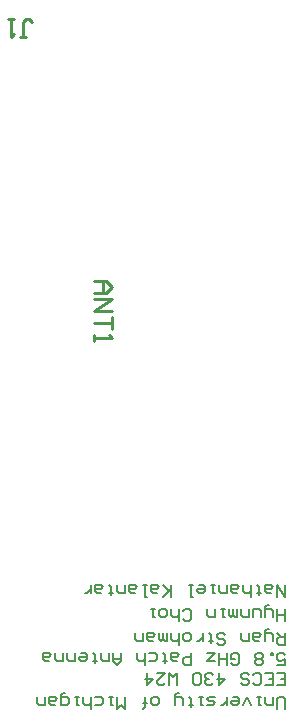
<source format=gto>
G04*
G04 #@! TF.GenerationSoftware,Altium Limited,Altium Designer,23.2.1 (34)*
G04*
G04 Layer_Color=65535*
%FSLAX25Y25*%
%MOIN*%
G70*
G04*
G04 #@! TF.SameCoordinates,EA82DE16-3429-4144-A5AD-2FDE9807C310*
G04*
G04*
G04 #@! TF.FilePolarity,Positive*
G04*
G01*
G75*
%ADD10C,0.00800*%
%ADD11C,0.01000*%
D10*
X243295Y16666D02*
Y19998D01*
X242628Y20664D01*
X241295D01*
X240629Y19998D01*
Y16666D01*
X239296Y20664D02*
Y17998D01*
X237296D01*
X236630Y18665D01*
Y20664D01*
X235297D02*
X233964D01*
X234631D01*
Y17998D01*
X235297D01*
X231965D02*
X230632Y20664D01*
X229299Y17998D01*
X225967Y20664D02*
X227300D01*
X227966Y19998D01*
Y18665D01*
X227300Y17998D01*
X225967D01*
X225300Y18665D01*
Y19331D01*
X227966D01*
X223967Y17998D02*
Y20664D01*
Y19331D01*
X223301Y18665D01*
X222635Y17998D01*
X221968D01*
X219969Y20664D02*
X217969D01*
X217303Y19998D01*
X217969Y19331D01*
X219302D01*
X219969Y18665D01*
X219302Y17998D01*
X217303D01*
X215970Y20664D02*
X214637D01*
X215303D01*
Y17998D01*
X215970D01*
X211971Y17332D02*
Y17998D01*
X212638D01*
X211305D01*
X211971D01*
Y19998D01*
X211305Y20664D01*
X209305Y17998D02*
Y19998D01*
X208639Y20664D01*
X206640D01*
Y21331D01*
X207306Y21997D01*
X207973D01*
X206640Y20664D02*
Y17998D01*
X200642Y20664D02*
X199309D01*
X198642Y19998D01*
Y18665D01*
X199309Y17998D01*
X200642D01*
X201308Y18665D01*
Y19998D01*
X200642Y20664D01*
X196643D02*
Y17332D01*
Y18665D01*
X197309D01*
X195976D01*
X196643D01*
Y17332D01*
X195976Y16666D01*
X189978Y20664D02*
Y16666D01*
X188645Y17998D01*
X187312Y16666D01*
Y20664D01*
X185980D02*
X184647D01*
X185313D01*
Y17998D01*
X185980D01*
X179982D02*
X181981D01*
X182647Y18665D01*
Y19998D01*
X181981Y20664D01*
X179982D01*
X178649Y16666D02*
Y20664D01*
Y18665D01*
X177982Y17998D01*
X176649D01*
X175983Y18665D01*
Y20664D01*
X174650D02*
X173317D01*
X173984D01*
Y17998D01*
X174650D01*
X169985Y21997D02*
X169318D01*
X168652Y21331D01*
Y17998D01*
X170651D01*
X171318Y18665D01*
Y19998D01*
X170651Y20664D01*
X168652D01*
X166653Y17998D02*
X165320D01*
X164653Y18665D01*
Y20664D01*
X166653D01*
X167319Y19998D01*
X166653Y19331D01*
X164653D01*
X163320Y20664D02*
Y17998D01*
X161321D01*
X160654Y18665D01*
Y20664D01*
X240629Y24717D02*
X243295D01*
Y28716D01*
X240629D01*
X243295Y26716D02*
X241962D01*
X236630Y24717D02*
X239296D01*
Y28716D01*
X236630D01*
X239296Y26716D02*
X237963D01*
X232631Y25383D02*
X233298Y24717D01*
X234631D01*
X235297Y25383D01*
Y28049D01*
X234631Y28716D01*
X233298D01*
X232631Y28049D01*
X228632Y25383D02*
X229299Y24717D01*
X230632D01*
X231298Y25383D01*
Y26050D01*
X230632Y26716D01*
X229299D01*
X228632Y27383D01*
Y28049D01*
X229299Y28716D01*
X230632D01*
X231298Y28049D01*
X221302Y28716D02*
Y24717D01*
X223301Y26716D01*
X220635D01*
X219302Y25383D02*
X218636Y24717D01*
X217303D01*
X216636Y25383D01*
Y26050D01*
X217303Y26716D01*
X217969D01*
X217303D01*
X216636Y27383D01*
Y28049D01*
X217303Y28716D01*
X218636D01*
X219302Y28049D01*
X215303Y25383D02*
X214637Y24717D01*
X213304D01*
X212638Y25383D01*
Y28049D01*
X213304Y28716D01*
X214637D01*
X215303Y28049D01*
Y25383D01*
X207306Y24717D02*
Y28716D01*
X205973Y27383D01*
X204640Y28716D01*
Y24717D01*
X200642Y28716D02*
X203307D01*
X200642Y26050D01*
Y25383D01*
X201308Y24717D01*
X202641D01*
X203307Y25383D01*
X197309Y28716D02*
Y24717D01*
X199309Y26716D01*
X196643D01*
X240629Y31435D02*
X243295D01*
Y33435D01*
X241962Y32768D01*
X241295D01*
X240629Y33435D01*
Y34767D01*
X241295Y35434D01*
X242628D01*
X243295Y34767D01*
X239296Y35434D02*
Y34767D01*
X238629D01*
Y35434D01*
X239296D01*
X235964Y32102D02*
X235297Y31435D01*
X233964D01*
X233298Y32102D01*
Y32768D01*
X233964Y33435D01*
X233298Y34101D01*
Y34767D01*
X233964Y35434D01*
X235297D01*
X235964Y34767D01*
Y34101D01*
X235297Y33435D01*
X235964Y32768D01*
Y32102D01*
X235297Y33435D02*
X233964D01*
X225300Y32102D02*
X225967Y31435D01*
X227300D01*
X227966Y32102D01*
Y34767D01*
X227300Y35434D01*
X225967D01*
X225300Y34767D01*
Y33435D01*
X226633D01*
X223967Y31435D02*
Y35434D01*
Y33435D01*
X221302D01*
Y31435D01*
Y35434D01*
X219969Y32768D02*
X217303D01*
X219969Y35434D01*
X217303D01*
X211971D02*
Y31435D01*
X209972D01*
X209305Y32102D01*
Y33435D01*
X209972Y34101D01*
X211971D01*
X207306Y32768D02*
X205973D01*
X205307Y33435D01*
Y35434D01*
X207306D01*
X207973Y34767D01*
X207306Y34101D01*
X205307D01*
X203307Y32102D02*
Y32768D01*
X203974D01*
X202641D01*
X203307D01*
Y34767D01*
X202641Y35434D01*
X197976Y32768D02*
X199975D01*
X200642Y33435D01*
Y34767D01*
X199975Y35434D01*
X197976D01*
X196643Y31435D02*
Y35434D01*
Y33435D01*
X195976Y32768D01*
X194643D01*
X193977Y33435D01*
Y35434D01*
X188645D02*
Y32768D01*
X187312Y31435D01*
X185980Y32768D01*
Y35434D01*
Y33435D01*
X188645D01*
X184647Y35434D02*
Y32768D01*
X182647D01*
X181981Y33435D01*
Y35434D01*
X179982Y32102D02*
Y32768D01*
X180648D01*
X179315D01*
X179982D01*
Y34767D01*
X179315Y35434D01*
X175316D02*
X176649D01*
X177316Y34767D01*
Y33435D01*
X176649Y32768D01*
X175316D01*
X174650Y33435D01*
Y34101D01*
X177316D01*
X173317Y35434D02*
Y32768D01*
X171318D01*
X170651Y33435D01*
Y35434D01*
X169318D02*
Y32768D01*
X167319D01*
X166653Y33435D01*
Y35434D01*
X164653Y32768D02*
X163320D01*
X162654Y33435D01*
Y35434D01*
X164653D01*
X165320Y34767D01*
X164653Y34101D01*
X162654D01*
X243295Y42152D02*
Y38154D01*
X241295D01*
X240629Y38820D01*
Y40153D01*
X241295Y40819D01*
X243295D01*
X241962D02*
X240629Y42152D01*
X239296Y39487D02*
Y41486D01*
X238629Y42152D01*
X236630D01*
Y42819D01*
X237296Y43485D01*
X237963D01*
X236630Y42152D02*
Y39487D01*
X234631D02*
X233298D01*
X232631Y40153D01*
Y42152D01*
X234631D01*
X235297Y41486D01*
X234631Y40819D01*
X232631D01*
X231298Y42152D02*
Y39487D01*
X229299D01*
X228632Y40153D01*
Y42152D01*
X220635Y38820D02*
X221302Y38154D01*
X222635D01*
X223301Y38820D01*
Y39487D01*
X222635Y40153D01*
X221302D01*
X220635Y40819D01*
Y41486D01*
X221302Y42152D01*
X222635D01*
X223301Y41486D01*
X218636Y38820D02*
Y39487D01*
X219302D01*
X217969D01*
X218636D01*
Y41486D01*
X217969Y42152D01*
X215970Y39487D02*
Y42152D01*
Y40819D01*
X215303Y40153D01*
X214637Y39487D01*
X213971D01*
X211305Y42152D02*
X209972D01*
X209305Y41486D01*
Y40153D01*
X209972Y39487D01*
X211305D01*
X211971Y40153D01*
Y41486D01*
X211305Y42152D01*
X207973Y38154D02*
Y42152D01*
Y40153D01*
X207306Y39487D01*
X205973D01*
X205307Y40153D01*
Y42152D01*
X203974D02*
Y39487D01*
X203307D01*
X202641Y40153D01*
Y42152D01*
Y40153D01*
X201975Y39487D01*
X201308Y40153D01*
Y42152D01*
X199309Y39487D02*
X197976D01*
X197309Y40153D01*
Y42152D01*
X199309D01*
X199975Y41486D01*
X199309Y40819D01*
X197309D01*
X195976Y42152D02*
Y39487D01*
X193977D01*
X193311Y40153D01*
Y42152D01*
X243295Y46205D02*
Y50204D01*
Y48204D01*
X240629D01*
Y46205D01*
Y50204D01*
X239296Y47538D02*
Y49537D01*
X238629Y50204D01*
X236630D01*
Y50870D01*
X237296Y51537D01*
X237963D01*
X236630Y50204D02*
Y47538D01*
X235297D02*
Y49537D01*
X234631Y50204D01*
X232631D01*
Y47538D01*
X231298Y50204D02*
Y47538D01*
X229299D01*
X228632Y48204D01*
Y50204D01*
X227300D02*
Y47538D01*
X226633D01*
X225967Y48204D01*
Y50204D01*
Y48204D01*
X225300Y47538D01*
X224634Y48204D01*
Y50204D01*
X223301D02*
X221968D01*
X222635D01*
Y47538D01*
X223301D01*
X219969Y50204D02*
Y47538D01*
X217969D01*
X217303Y48204D01*
Y50204D01*
X209305Y46872D02*
X209972Y46205D01*
X211305D01*
X211971Y46872D01*
Y49537D01*
X211305Y50204D01*
X209972D01*
X209305Y49537D01*
X207973Y46205D02*
Y50204D01*
Y48204D01*
X207306Y47538D01*
X205973D01*
X205307Y48204D01*
Y50204D01*
X203307D02*
X201975D01*
X201308Y49537D01*
Y48204D01*
X201975Y47538D01*
X203307D01*
X203974Y48204D01*
Y49537D01*
X203307Y50204D01*
X199975D02*
X198642D01*
X199309D01*
Y47538D01*
X199975D01*
X243295Y58255D02*
Y54256D01*
X240629Y58255D01*
Y54256D01*
X238629Y55589D02*
X237296D01*
X236630Y56256D01*
Y58255D01*
X238629D01*
X239296Y57589D01*
X238629Y56922D01*
X236630D01*
X234631Y54923D02*
Y55589D01*
X235297D01*
X233964D01*
X234631D01*
Y57589D01*
X233964Y58255D01*
X231965Y54256D02*
Y58255D01*
Y56256D01*
X231298Y55589D01*
X229965D01*
X229299Y56256D01*
Y58255D01*
X227300Y55589D02*
X225967D01*
X225300Y56256D01*
Y58255D01*
X227300D01*
X227966Y57589D01*
X227300Y56922D01*
X225300D01*
X223967Y58255D02*
Y55589D01*
X221968D01*
X221302Y56256D01*
Y58255D01*
X219969D02*
X218636D01*
X219302D01*
Y55589D01*
X219969D01*
X214637Y58255D02*
X215970D01*
X216636Y57589D01*
Y56256D01*
X215970Y55589D01*
X214637D01*
X213971Y56256D01*
Y56922D01*
X216636D01*
X212638Y58255D02*
X211305D01*
X211971D01*
Y54256D01*
X212638D01*
X205307D02*
Y58255D01*
Y56922D01*
X202641Y54256D01*
X204640Y56256D01*
X202641Y58255D01*
X200642Y55589D02*
X199309D01*
X198642Y56256D01*
Y58255D01*
X200642D01*
X201308Y57589D01*
X200642Y56922D01*
X198642D01*
X197309Y58255D02*
X195976D01*
X196643D01*
Y54256D01*
X197309D01*
X193311Y55589D02*
X191978D01*
X191311Y56256D01*
Y58255D01*
X193311D01*
X193977Y57589D01*
X193311Y56922D01*
X191311D01*
X189978Y58255D02*
Y55589D01*
X187979D01*
X187312Y56256D01*
Y58255D01*
X185313Y54923D02*
Y55589D01*
X185980D01*
X184647D01*
X185313D01*
Y57589D01*
X184647Y58255D01*
X181981Y55589D02*
X180648D01*
X179982Y56256D01*
Y58255D01*
X181981D01*
X182647Y57589D01*
X181981Y56922D01*
X179982D01*
X178649Y55589D02*
Y58255D01*
Y56922D01*
X177982Y56256D01*
X177316Y55589D01*
X176649D01*
D11*
X155147Y240963D02*
X157146D01*
X156146D01*
Y245961D01*
X157146Y246961D01*
X158146D01*
X159145Y245961D01*
X153147Y246961D02*
X151148D01*
X152147D01*
Y240963D01*
X153147Y241963D01*
X179745Y159460D02*
X183744D01*
X185743Y157461D01*
X183744Y155462D01*
X179745D01*
X182744D01*
Y159460D01*
X179745Y153462D02*
X185743D01*
X179745Y149463D01*
X185743D01*
Y147464D02*
Y143465D01*
Y145465D01*
X179745D01*
Y141466D02*
Y139467D01*
Y140466D01*
X185743D01*
X184744Y141466D01*
M02*

</source>
